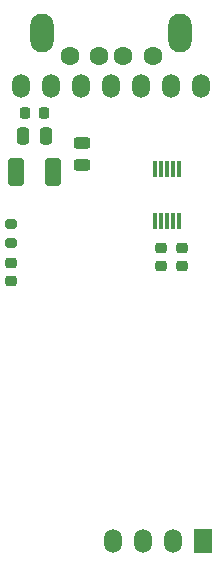
<source format=gtp>
%TF.GenerationSoftware,KiCad,Pcbnew,7.0.10*%
%TF.CreationDate,2024-03-08T01:09:17+05:30*%
%TF.ProjectId,ADAPTER PCB,41444150-5445-4522-9050-43422e6b6963,rev?*%
%TF.SameCoordinates,Original*%
%TF.FileFunction,Paste,Top*%
%TF.FilePolarity,Positive*%
%FSLAX46Y46*%
G04 Gerber Fmt 4.6, Leading zero omitted, Abs format (unit mm)*
G04 Created by KiCad (PCBNEW 7.0.10) date 2024-03-08 01:09:17*
%MOMM*%
%LPD*%
G01*
G04 APERTURE LIST*
G04 Aperture macros list*
%AMRoundRect*
0 Rectangle with rounded corners*
0 $1 Rounding radius*
0 $2 $3 $4 $5 $6 $7 $8 $9 X,Y pos of 4 corners*
0 Add a 4 corners polygon primitive as box body*
4,1,4,$2,$3,$4,$5,$6,$7,$8,$9,$2,$3,0*
0 Add four circle primitives for the rounded corners*
1,1,$1+$1,$2,$3*
1,1,$1+$1,$4,$5*
1,1,$1+$1,$6,$7*
1,1,$1+$1,$8,$9*
0 Add four rect primitives between the rounded corners*
20,1,$1+$1,$2,$3,$4,$5,0*
20,1,$1+$1,$4,$5,$6,$7,0*
20,1,$1+$1,$6,$7,$8,$9,0*
20,1,$1+$1,$8,$9,$2,$3,0*%
G04 Aperture macros list end*
%ADD10O,1.500000X2.000000*%
%ADD11R,1.500000X2.000000*%
%ADD12C,1.600000*%
%ADD13O,2.000000X3.300000*%
%ADD14R,0.300000X1.400000*%
%ADD15RoundRect,0.200000X-0.275000X0.200000X-0.275000X-0.200000X0.275000X-0.200000X0.275000X0.200000X0*%
%ADD16RoundRect,0.243750X-0.456250X0.243750X-0.456250X-0.243750X0.456250X-0.243750X0.456250X0.243750X0*%
%ADD17RoundRect,0.218750X0.256250X-0.218750X0.256250X0.218750X-0.256250X0.218750X-0.256250X-0.218750X0*%
%ADD18RoundRect,0.250000X0.412500X0.925000X-0.412500X0.925000X-0.412500X-0.925000X0.412500X-0.925000X0*%
%ADD19RoundRect,0.225000X-0.250000X0.225000X-0.250000X-0.225000X0.250000X-0.225000X0.250000X0.225000X0*%
%ADD20RoundRect,0.250000X0.250000X0.475000X-0.250000X0.475000X-0.250000X-0.475000X0.250000X-0.475000X0*%
%ADD21RoundRect,0.225000X0.225000X0.250000X-0.225000X0.250000X-0.225000X-0.250000X0.225000X-0.250000X0*%
G04 APERTURE END LIST*
D10*
%TO.C,U1*%
X132620000Y-83250000D03*
X130080000Y-83250000D03*
X127540000Y-83250000D03*
X125000000Y-83250000D03*
X122460000Y-83250000D03*
X119920000Y-83250000D03*
X117380000Y-83250000D03*
X125180000Y-121750000D03*
X127720000Y-121750000D03*
X130260000Y-121750000D03*
D11*
X132800000Y-121750000D03*
%TD*%
D12*
%TO.C,J1*%
X121500000Y-80750000D03*
X124000000Y-80750000D03*
X126000000Y-80750000D03*
X128500000Y-80750000D03*
D13*
X130850000Y-78750000D03*
X119150000Y-78750000D03*
%TD*%
D14*
%TO.C,U2*%
X130750000Y-90300000D03*
X130250000Y-90300000D03*
X129750000Y-90300000D03*
X129250000Y-90300000D03*
X128750000Y-90300000D03*
X128750000Y-94700000D03*
X129250000Y-94700000D03*
X129750000Y-94700000D03*
X130250000Y-94700000D03*
X130750000Y-94700000D03*
%TD*%
D15*
%TO.C,R3*%
X116500000Y-94925000D03*
X116500000Y-96575000D03*
%TD*%
D16*
%TO.C,F1*%
X122500000Y-88062500D03*
X122500000Y-89937500D03*
%TD*%
D17*
%TO.C,D1*%
X116500000Y-99787500D03*
X116500000Y-98212500D03*
%TD*%
D18*
%TO.C,C5*%
X120037500Y-90500000D03*
X116962500Y-90500000D03*
%TD*%
D19*
%TO.C,C4*%
X131000000Y-96975000D03*
X131000000Y-98525000D03*
%TD*%
%TO.C,C3*%
X129250000Y-96975000D03*
X129250000Y-98525000D03*
%TD*%
D20*
%TO.C,C2*%
X119450000Y-87500000D03*
X117550000Y-87500000D03*
%TD*%
D21*
%TO.C,C1*%
X119275000Y-85500000D03*
X117725000Y-85500000D03*
%TD*%
M02*

</source>
